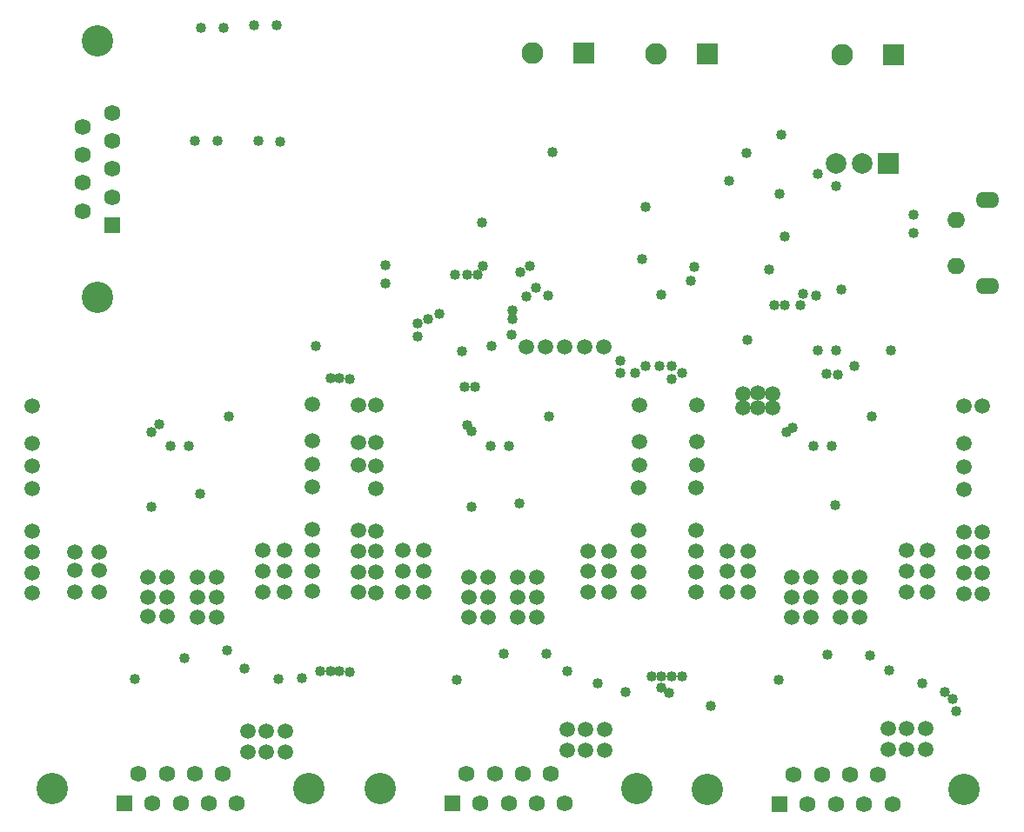
<source format=gbs>
G04*
G04 #@! TF.GenerationSoftware,Altium Limited,Altium Designer,21.8.1 (53)*
G04*
G04 Layer_Color=16711935*
%FSLAX25Y25*%
%MOIN*%
G70*
G04*
G04 #@! TF.SameCoordinates,57A0437E-557E-4490-84B7-93440E4047FD*
G04*
G04*
G04 #@! TF.FilePolarity,Negative*
G04*
G01*
G75*
%ADD35C,0.06260*%
%ADD36R,0.06260X0.06260*%
%ADD37C,0.12008*%
%ADD38R,0.06260X0.06260*%
%ADD39C,0.07906*%
%ADD40R,0.07906X0.07906*%
%ADD41R,0.08299X0.08299*%
%ADD42C,0.08299*%
%ADD43O,0.06921X0.06134*%
%ADD44C,0.04000*%
%ADD45C,0.05937*%
%ADD76O,0.09068X0.06312*%
D35*
X71319Y289681D02*
D03*
Y278894D02*
D03*
Y268106D02*
D03*
Y257319D02*
D03*
X82500Y295075D02*
D03*
Y284287D02*
D03*
Y273500D02*
D03*
Y262713D02*
D03*
X376044Y41181D02*
D03*
X365257D02*
D03*
X354470D02*
D03*
X343682D02*
D03*
X381438Y30000D02*
D03*
X370651D02*
D03*
X359863D02*
D03*
X349076D02*
D03*
X250686Y41500D02*
D03*
X239899D02*
D03*
X229111D02*
D03*
X218324D02*
D03*
X256080Y30319D02*
D03*
X245292D02*
D03*
X234505D02*
D03*
X223718D02*
D03*
X125032Y41500D02*
D03*
X114244D02*
D03*
X103457D02*
D03*
X92669D02*
D03*
X130425Y30319D02*
D03*
X119638D02*
D03*
X108851D02*
D03*
X98063D02*
D03*
D36*
X82500Y251925D02*
D03*
D37*
X76910Y224327D02*
D03*
Y322713D02*
D03*
X310690Y35591D02*
D03*
X409076D02*
D03*
X185332Y35909D02*
D03*
X283718D02*
D03*
X59677D02*
D03*
X158063D02*
D03*
D38*
X338288Y30000D02*
D03*
X212930Y30319D02*
D03*
X87276D02*
D03*
D39*
X360033Y275578D02*
D03*
X370033D02*
D03*
D40*
X380033D02*
D03*
D41*
X263122Y317914D02*
D03*
X310531Y317500D02*
D03*
X381842Y317257D02*
D03*
D42*
X243437Y317914D02*
D03*
X290846Y317500D02*
D03*
X362158Y317257D02*
D03*
D43*
X406045Y253895D02*
D03*
Y236375D02*
D03*
D44*
X336257Y221236D02*
D03*
X187361Y236717D02*
D03*
X235727Y210065D02*
D03*
X249990Y178632D02*
D03*
X380850Y203958D02*
D03*
X341018Y172711D02*
D03*
X343157Y174398D02*
D03*
X356590Y87337D02*
D03*
X372910Y86940D02*
D03*
X351157Y167257D02*
D03*
X358244D02*
D03*
X359606Y144707D02*
D03*
X373699Y178632D02*
D03*
X392960Y76436D02*
D03*
X401749Y72792D02*
D03*
X404658Y70315D02*
D03*
X380213Y81173D02*
D03*
X337959Y77639D02*
D03*
X296983Y78995D02*
D03*
X312068Y67656D02*
D03*
X300779Y78822D02*
D03*
X295848Y72499D02*
D03*
X218548Y175391D02*
D03*
X234534Y167318D02*
D03*
X221646Y190017D02*
D03*
X217501D02*
D03*
X227448Y167318D02*
D03*
X220340Y172860D02*
D03*
X238470Y145168D02*
D03*
X220149Y143875D02*
D03*
X173713Y80761D02*
D03*
X232747Y87531D02*
D03*
X214486Y77493D02*
D03*
X248838Y87724D02*
D03*
X256827Y81047D02*
D03*
X289239Y79052D02*
D03*
X292776Y74712D02*
D03*
X293086Y78995D02*
D03*
X279306Y73014D02*
D03*
X268655Y76360D02*
D03*
X97537Y143958D02*
D03*
X133386Y81779D02*
D03*
X160466Y205609D02*
D03*
X338298Y263893D02*
D03*
X224408Y252866D02*
D03*
X116158Y149005D02*
D03*
X318970Y269045D02*
D03*
X251280Y279878D02*
D03*
X339056Y286450D02*
D03*
X116655Y327692D02*
D03*
X353035Y271518D02*
D03*
X145441Y328536D02*
D03*
X136762Y328671D02*
D03*
X146769Y284045D02*
D03*
X138652Y284208D02*
D03*
X122938Y284289D02*
D03*
X114342Y284414D02*
D03*
X125375Y327692D02*
D03*
X360475Y194678D02*
D03*
X405932Y65500D02*
D03*
X356096Y194839D02*
D03*
X353035Y203958D02*
D03*
X361856Y227211D02*
D03*
X334207Y235016D02*
D03*
X207764Y218049D02*
D03*
X360033Y267000D02*
D03*
X293086Y225334D02*
D03*
X347238Y225727D02*
D03*
X242431Y236386D02*
D03*
X352159Y224928D02*
D03*
X305547Y236000D02*
D03*
X239047Y234000D02*
D03*
X346253Y221236D02*
D03*
X244995Y227959D02*
D03*
X241188Y224705D02*
D03*
X367026Y197944D02*
D03*
X325930Y207895D02*
D03*
X340320Y221236D02*
D03*
X235897Y219268D02*
D03*
X203648Y216081D02*
D03*
X304325Y230755D02*
D03*
X277338Y199796D02*
D03*
X227772Y205609D02*
D03*
X389560Y255861D02*
D03*
Y248774D02*
D03*
X287000Y259015D02*
D03*
X285704Y238953D02*
D03*
X146360Y77787D02*
D03*
X126702Y88780D02*
D03*
X110136Y85934D02*
D03*
X111923Y167289D02*
D03*
X127378Y178474D02*
D03*
X187200Y229631D02*
D03*
X249453Y225068D02*
D03*
X340379Y247753D02*
D03*
X213993Y233000D02*
D03*
X199707Y209396D02*
D03*
Y214111D02*
D03*
X277338Y195326D02*
D03*
X287000Y197858D02*
D03*
X360033Y203958D02*
D03*
X155337Y78363D02*
D03*
X292177Y197776D02*
D03*
X283000Y195326D02*
D03*
X216561Y203467D02*
D03*
X296983Y197858D02*
D03*
X301078Y195151D02*
D03*
X296983Y193016D02*
D03*
X162362Y80932D02*
D03*
X173500Y193085D02*
D03*
X169707Y193169D02*
D03*
Y80839D02*
D03*
X166360Y193261D02*
D03*
X166176Y80839D02*
D03*
X91383Y77787D02*
D03*
X100702Y175475D02*
D03*
X97537Y172752D02*
D03*
X104836Y167401D02*
D03*
X325500Y279515D02*
D03*
X218530Y233000D02*
D03*
X224435Y236386D02*
D03*
X222467Y233000D02*
D03*
X235897Y216081D02*
D03*
D45*
X318128Y119309D02*
D03*
X306350Y134838D02*
D03*
Y127046D02*
D03*
Y119080D02*
D03*
X326158Y119309D02*
D03*
Y127101D02*
D03*
X318128D02*
D03*
X306515Y168774D02*
D03*
Y182958D02*
D03*
X335711Y187429D02*
D03*
X324364Y181879D02*
D03*
X330037Y187512D02*
D03*
Y181913D02*
D03*
X306515Y159818D02*
D03*
X306350Y151170D02*
D03*
X324364Y187429D02*
D03*
X335711Y181878D02*
D03*
X350157Y116914D02*
D03*
X368909Y116773D02*
D03*
X361709Y101551D02*
D03*
X368909D02*
D03*
Y109129D02*
D03*
X350157Y109270D02*
D03*
X361709Y109129D02*
D03*
X361592Y116773D02*
D03*
X350157Y101692D02*
D03*
X386766Y127146D02*
D03*
X394796Y119309D02*
D03*
X386766Y119353D02*
D03*
Y111354D02*
D03*
X394796D02*
D03*
Y127146D02*
D03*
X415850Y134338D02*
D03*
X409015Y159318D02*
D03*
Y182458D02*
D03*
X415850Y110691D02*
D03*
X409015Y168274D02*
D03*
X415850Y118580D02*
D03*
Y126546D02*
D03*
X408850Y118580D02*
D03*
Y126546D02*
D03*
Y134338D02*
D03*
X416015Y182458D02*
D03*
X408850Y150670D02*
D03*
Y110691D02*
D03*
X342958Y109270D02*
D03*
X318128Y111310D02*
D03*
X326158D02*
D03*
X342841Y116914D02*
D03*
X306350Y111191D02*
D03*
X342958Y101692D02*
D03*
X284350Y119080D02*
D03*
Y127046D02*
D03*
Y134838D02*
D03*
Y151170D02*
D03*
X284515Y159818D02*
D03*
Y182958D02*
D03*
Y168774D02*
D03*
X202047Y127211D02*
D03*
X194017D02*
D03*
X183506Y118918D02*
D03*
X202047Y119419D02*
D03*
X194017D02*
D03*
X183506Y126883D02*
D03*
X272936Y127018D02*
D03*
X264906D02*
D03*
Y119226D02*
D03*
X183672Y182796D02*
D03*
Y168612D02*
D03*
Y159656D02*
D03*
X183506Y134676D02*
D03*
Y151008D02*
D03*
X272936Y119182D02*
D03*
X176925Y111158D02*
D03*
X183506Y111029D02*
D03*
X245199Y116834D02*
D03*
X219131Y116975D02*
D03*
X219249Y101753D02*
D03*
X226448D02*
D03*
X219249Y109331D02*
D03*
X238000Y109190D02*
D03*
X245199D02*
D03*
X202047Y111420D02*
D03*
X237883Y116834D02*
D03*
X226448Y109331D02*
D03*
X245199Y101612D02*
D03*
X194017Y111408D02*
D03*
X226448Y116975D02*
D03*
X238000Y101612D02*
D03*
X272936Y111227D02*
D03*
X284350Y111191D02*
D03*
X264906Y111227D02*
D03*
X176925Y119047D02*
D03*
Y134805D02*
D03*
Y127013D02*
D03*
X177091Y182926D02*
D03*
Y159785D02*
D03*
Y168741D02*
D03*
X270932Y205204D02*
D03*
X263496D02*
D03*
X256060D02*
D03*
X248624D02*
D03*
X241188Y205332D02*
D03*
X159239Y111529D02*
D03*
Y119418D02*
D03*
Y127383D02*
D03*
Y135176D02*
D03*
Y151508D02*
D03*
X159405Y160156D02*
D03*
Y169112D02*
D03*
Y183296D02*
D03*
X51906Y110824D02*
D03*
Y118713D02*
D03*
Y126679D02*
D03*
Y134471D02*
D03*
Y150803D02*
D03*
X52072Y159451D02*
D03*
Y168407D02*
D03*
Y182591D02*
D03*
X68191Y119474D02*
D03*
X96140Y117058D02*
D03*
X68191Y126735D02*
D03*
X77604D02*
D03*
X103457Y117058D02*
D03*
X77604Y119474D02*
D03*
X115271Y116917D02*
D03*
X77604Y111193D02*
D03*
X103457Y109414D02*
D03*
X96258D02*
D03*
X103457Y101836D02*
D03*
X96258D02*
D03*
X115389Y101695D02*
D03*
Y109273D02*
D03*
X122588D02*
D03*
X148452Y111380D02*
D03*
X140422D02*
D03*
X122588Y101695D02*
D03*
X148452Y119334D02*
D03*
X140422Y119379D02*
D03*
Y127171D02*
D03*
X148452D02*
D03*
X122588Y116917D02*
D03*
X68191Y111193D02*
D03*
X134550Y50000D02*
D03*
X134554Y58030D02*
D03*
X141694D02*
D03*
Y50000D02*
D03*
X148958Y58030D02*
D03*
Y50000D02*
D03*
X256823Y50655D02*
D03*
X256827Y58685D02*
D03*
X263967D02*
D03*
Y50655D02*
D03*
X271232Y58685D02*
D03*
Y50655D02*
D03*
X394353Y50970D02*
D03*
Y59000D02*
D03*
X387089Y50970D02*
D03*
Y59000D02*
D03*
X379948D02*
D03*
X379945Y50970D02*
D03*
D76*
X418072Y228698D02*
D03*
Y261572D02*
D03*
M02*

</source>
